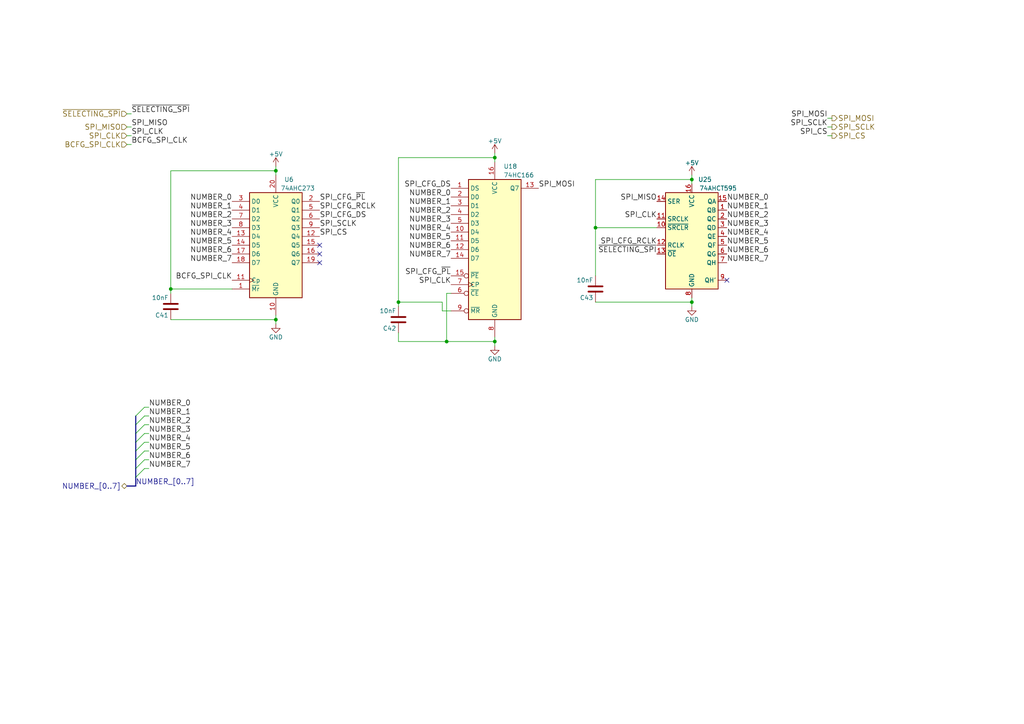
<source format=kicad_sch>
(kicad_sch (version 20230121) (generator eeschema)
  (paper "A4")
  (title_block (title "GP8B") (date "2022-07-08") (rev "V6.0") (company "Guillaume Guillet") (comment 1 "Copyright Guillaume Guillet 2022") (comment 2 "Licensed under CERN-OHL-W v2 or later"))
  (lib_symbols
    (symbol "74xx:74AHC273"
      (property "Reference" "U" (at -7.62 16.51 0))
      (property "Value" "74AHC273" (at -7.62 -16.51 0))
      (symbol "74AHC273_1_0"
        (pin input line (at -12.7 -12.7 0) (length 5.08) (name "~{Mr}") (number "1"))
        (pin power_in line (at 0 -20.32 90) (length 5.08) (name "GND") (number "10"))
        (pin input clock (at -12.7 -10.16 0) (length 5.08) (name "Cp") (number "11"))
        (pin output line (at 12.7 2.54 180) (length 5.08) (name "Q4") (number "12"))
        (pin input line (at -12.7 2.54 0) (length 5.08) (name "D4") (number "13"))
        (pin input line (at -12.7 0 0) (length 5.08) (name "D5") (number "14"))
        (pin output line (at 12.7 0 180) (length 5.08) (name "Q5") (number "15"))
        (pin output line (at 12.7 -2.54 180) (length 5.08) (name "Q6") (number "16"))
        (pin input line (at -12.7 -2.54 0) (length 5.08) (name "D6") (number "17"))
        (pin input line (at -12.7 -5.08 0) (length 5.08) (name "D7") (number "18"))
        (pin output line (at 12.7 -5.08 180) (length 5.08) (name "Q7") (number "19"))
        (pin output line (at 12.7 12.7 180) (length 5.08) (name "Q0") (number "2"))
        (pin power_in line (at 0 20.32 270) (length 5.08) (name "VCC") (number "20"))
        (pin input line (at -12.7 12.7 0) (length 5.08) (name "D0") (number "3"))
        (pin input line (at -12.7 10.16 0) (length 5.08) (name "D1") (number "4"))
        (pin output line (at 12.7 10.16 180) (length 5.08) (name "Q1") (number "5"))
        (pin output line (at 12.7 7.62 180) (length 5.08) (name "Q2") (number "6"))
        (pin input line (at -12.7 7.62 0) (length 5.08) (name "D2") (number "7"))
        (pin input line (at -12.7 5.08 0) (length 5.08) (name "D3") (number "8"))
        (pin output line (at 12.7 5.08 180) (length 5.08) (name "Q3") (number "9"))
      )
      (symbol "74AHC273_1_1"
        (rectangle (start -7.62 15.24) (end 7.62 -15.24) (stroke (width 0.254)) (fill (type background)))
      )
    )
    (symbol "74xx:74HC595"
      (property "Reference" "U" (at -7.62 13.97 0))
      (property "Value" "74HC595" (at -7.62 -16.51 0))
      (symbol "74HC595_1_0"
        (pin tri_state line (at 10.16 7.62 180) (length 2.54) (name "QB") (number "1"))
        (pin input line (at -10.16 2.54 0) (length 2.54) (name "~{SRCLR}") (number "10"))
        (pin input line (at -10.16 5.08 0) (length 2.54) (name "SRCLK") (number "11"))
        (pin input line (at -10.16 -2.54 0) (length 2.54) (name "RCLK") (number "12"))
        (pin input line (at -10.16 -5.08 0) (length 2.54) (name "~{OE}") (number "13"))
        (pin input line (at -10.16 10.16 0) (length 2.54) (name "SER") (number "14"))
        (pin tri_state line (at 10.16 10.16 180) (length 2.54) (name "QA") (number "15"))
        (pin power_in line (at 0 15.24 270) (length 2.54) (name "VCC") (number "16"))
        (pin tri_state line (at 10.16 5.08 180) (length 2.54) (name "QC") (number "2"))
        (pin tri_state line (at 10.16 2.54 180) (length 2.54) (name "QD") (number "3"))
        (pin tri_state line (at 10.16 0 180) (length 2.54) (name "QE") (number "4"))
        (pin tri_state line (at 10.16 -2.54 180) (length 2.54) (name "QF") (number "5"))
        (pin tri_state line (at 10.16 -5.08 180) (length 2.54) (name "QG") (number "6"))
        (pin tri_state line (at 10.16 -7.62 180) (length 2.54) (name "QH") (number "7"))
        (pin power_in line (at 0 -17.78 90) (length 2.54) (name "GND") (number "8"))
        (pin output line (at 10.16 -12.7 180) (length 2.54) (name "QH'") (number "9"))
      )
      (symbol "74HC595_1_1"
        (rectangle (start -7.62 12.7) (end 7.62 -15.24) (stroke (width 0.254)) (fill (type background)))
      )
    )
    (symbol "Custom:74HC166"
      (property "Reference" "U" (at -7.62 21.59 0))
      (property "Value" "74HC166" (at -7.62 -21.59 0))
      (symbol "74HC166_1_0"
        (pin input line (at -12.7 17.78 0) (length 5.08) (name "DS") (number "1"))
        (pin input line (at -12.7 5.08 0) (length 5.08) (name "D4") (number "10"))
        (pin input line (at -12.7 2.54 0) (length 5.08) (name "D5") (number "11"))
        (pin input line (at -12.7 0 0) (length 5.08) (name "D6") (number "12"))
        (pin output line (at 12.7 17.78 180) (length 5.08) (name "Q7") (number "13"))
        (pin input line (at -12.7 -2.54 0) (length 5.08) (name "D7") (number "14"))
        (pin input inverted (at -12.7 -7.62 0) (length 5.08) (name "~{PE}") (number "15"))
        (pin power_in line (at 0 25.4 270) (length 5.08) (name "VCC") (number "16"))
        (pin input line (at -12.7 15.24 0) (length 5.08) (name "D0") (number "2"))
        (pin input line (at -12.7 12.7 0) (length 5.08) (name "D1") (number "3"))
        (pin input line (at -12.7 10.16 0) (length 5.08) (name "D2") (number "4"))
        (pin input line (at -12.7 7.62 0) (length 5.08) (name "D3") (number "5"))
        (pin input inverted (at -12.7 -12.7 0) (length 5.08) (name "~{CE}") (number "6"))
        (pin input clock (at -12.7 -10.16 0) (length 5.08) (name "CP") (number "7"))
        (pin power_in line (at 0 -25.4 90) (length 5.08) (name "GND") (number "8"))
        (pin input inverted (at -12.7 -17.78 0) (length 5.08) (name "~{MR}") (number "9"))
      )
      (symbol "74HC166_1_1"
        (rectangle (start -7.62 20.32) (end 7.62 -20.32) (stroke (width 0.254)) (fill (type background)))
      )
    )
    (symbol "Device:C" (pin_numbers hide) (pin_names (offset 0.254))
      (property "Reference" "C" (at 0.635 2.54 0))
      (property "Value" "C" (at 0.635 -2.54 0))
      (symbol "C_0_1"
        (polyline (pts (xy -2.032 -0.762) (xy 2.032 -0.762)) (stroke (width 0.508)))
        (polyline (pts (xy -2.032 0.762) (xy 2.032 0.762)) (stroke (width 0.508)))
      )
      (symbol "C_1_1"
        (pin passive line (at 0 3.81 270) (length 2.794) (name "~") (number "1"))
        (pin passive line (at 0 -3.81 90) (length 2.794) (name "~") (number "2"))
      )
    )
    (symbol "power:+5V" (power) (pin_names (offset 0))
      (property "Value" "+5V" (at 0 3.556 0))
      (symbol "+5V_0_1"
        (polyline (pts (xy -0.762 1.27) (xy 0 2.54)))
        (polyline (pts (xy 0 0) (xy 0 2.54)))
        (polyline (pts (xy 0 2.54) (xy 0.762 1.27)))
      )
      (symbol "+5V_1_1"
        (pin power_in line (at 0 0 90) (length 0) hide (name "+5V") (number "1"))
      )
    )
    (symbol "power:GND" (power) (pin_names (offset 0))
      (property "Value" "GND" (at 0 -3.81 0))
      (symbol "GND_0_1"
        (polyline (pts (xy 0 0) (xy 0 -1.27) (xy 1.27 -1.27) (xy 0 -2.54) (xy -1.27 -1.27) (xy 0 -1.27)))
      )
      (symbol "GND_1_1"
        (pin power_in line (at 0 0 270) (length 0) hide (name "GND") (number "1"))
      )
    )
  )
  (junction (at 143.51 99.06))
  (junction (at 49.53 83.82))
  (junction (at 172.72 66.04))
  (junction (at 115.57 87.63))
  (junction (at 143.51 45.72))
  (junction (at 80.01 49.53))
  (junction (at 129.54 99.06))
  (junction (at 200.66 87.63))
  (junction (at 200.66 52.07))
  (junction (at 80.01 92.71))
  (no_connect (at 92.71 76.2))
  (no_connect (at 92.71 73.66))
  (no_connect (at 210.82 81.28))
  (no_connect (at 92.71 71.12))
  (bus_entry (at 41.91 120.65) (size -2.54 2.54))
  (bus_entry (at 41.91 133.35) (size -2.54 2.54))
  (bus_entry (at 41.91 118.11) (size -2.54 2.54))
  (bus_entry (at 41.91 125.73) (size -2.54 2.54))
  (bus_entry (at 41.91 123.19) (size -2.54 2.54))
  (bus_entry (at 41.91 135.89) (size -2.54 2.54))
  (bus_entry (at 41.91 130.81) (size -2.54 2.54))
  (bus_entry (at 41.91 128.27) (size -2.54 2.54))
  (bus (pts (xy 39.37 128.27) (xy 39.37 130.81)))
  (wire (pts (xy 128.27 87.63) (xy 128.27 90.17)))
  (wire (pts (xy 43.18 123.19) (xy 41.91 123.19)))
  (wire (pts (xy 49.53 83.82) (xy 49.53 49.53)))
  (wire (pts (xy 129.54 85.09) (xy 129.54 99.06)))
  (wire (pts (xy 36.83 33.02) (xy 38.1 33.02)))
  (wire (pts (xy 49.53 85.09) (xy 49.53 83.82)))
  (wire (pts (xy 115.57 87.63) (xy 128.27 87.63)))
  (wire (pts (xy 200.66 87.63) (xy 172.72 87.63)))
  (wire (pts (xy 49.53 92.71) (xy 80.01 92.71)))
  (wire (pts (xy 43.18 135.89) (xy 41.91 135.89)))
  (wire (pts (xy 43.18 120.65) (xy 41.91 120.65)))
  (wire (pts (xy 200.66 52.07) (xy 200.66 50.8)))
  (wire (pts (xy 172.72 52.07) (xy 200.66 52.07)))
  (bus (pts (xy 39.37 123.19) (xy 39.37 125.73)))
  (wire (pts (xy 49.53 49.53) (xy 80.01 49.53)))
  (wire (pts (xy 115.57 45.72) (xy 143.51 45.72)))
  (bus (pts (xy 39.37 140.97) (xy 36.83 140.97)))
  (bus (pts (xy 39.37 120.65) (xy 39.37 123.19)))
  (wire (pts (xy 38.1 36.83) (xy 36.83 36.83)))
  (wire (pts (xy 80.01 93.98) (xy 80.01 92.71)))
  (wire (pts (xy 43.18 133.35) (xy 41.91 133.35)))
  (wire (pts (xy 115.57 87.63) (xy 115.57 88.9)))
  (bus (pts (xy 39.37 130.81) (xy 39.37 133.35)))
  (wire (pts (xy 200.66 88.9) (xy 200.66 87.63)))
  (wire (pts (xy 130.81 85.09) (xy 129.54 85.09)))
  (wire (pts (xy 200.66 87.63) (xy 200.66 86.36)))
  (wire (pts (xy 200.66 52.07) (xy 200.66 53.34)))
  (wire (pts (xy 143.51 45.72) (xy 143.51 46.99)))
  (wire (pts (xy 80.01 49.53) (xy 80.01 48.26)))
  (wire (pts (xy 129.54 99.06) (xy 143.51 99.06)))
  (wire (pts (xy 43.18 130.81) (xy 41.91 130.81)))
  (wire (pts (xy 43.18 118.11) (xy 41.91 118.11)))
  (wire (pts (xy 240.03 34.29) (xy 241.3 34.29)))
  (wire (pts (xy 36.83 41.91) (xy 38.1 41.91)))
  (wire (pts (xy 172.72 66.04) (xy 172.72 52.07)))
  (bus (pts (xy 39.37 135.89) (xy 39.37 138.43)))
  (bus (pts (xy 39.37 138.43) (xy 39.37 140.97)))
  (wire (pts (xy 43.18 128.27) (xy 41.91 128.27)))
  (wire (pts (xy 80.01 50.8) (xy 80.01 49.53)))
  (wire (pts (xy 190.5 66.04) (xy 172.72 66.04)))
  (wire (pts (xy 49.53 83.82) (xy 67.31 83.82)))
  (wire (pts (xy 143.51 99.06) (xy 143.51 97.79)))
  (wire (pts (xy 115.57 99.06) (xy 115.57 96.52)))
  (wire (pts (xy 172.72 80.01) (xy 172.72 66.04)))
  (wire (pts (xy 80.01 92.71) (xy 80.01 91.44)))
  (bus (pts (xy 39.37 133.35) (xy 39.37 135.89)))
  (bus (pts (xy 39.37 125.73) (xy 39.37 128.27)))
  (wire (pts (xy 143.51 44.45) (xy 143.51 45.72)))
  (wire (pts (xy 36.83 39.37) (xy 38.1 39.37)))
  (wire (pts (xy 240.03 36.83) (xy 241.3 36.83)))
  (wire (pts (xy 115.57 45.72) (xy 115.57 87.63)))
  (wire (pts (xy 115.57 99.06) (xy 129.54 99.06)))
  (wire (pts (xy 128.27 90.17) (xy 130.81 90.17)))
  (wire (pts (xy 43.18 125.73) (xy 41.91 125.73)))
  (wire (pts (xy 143.51 99.06) (xy 143.51 100.33)))
  (wire (pts (xy 240.03 39.37) (xy 241.3 39.37)))
  (label "NUMBER_[0..7]" (at 39.37 140.97 0) (effects (font (size 1.524 1.524))))
  (label "NUMBER_5" (at 210.82 71.12 0) (effects (font (size 1.524 1.524))))
  (label "SPI_SCLK" (at 240.03 36.83 180) (effects (font (size 1.524 1.524))))
  (label "SPI_MOSI" (at 240.03 34.29 180) (effects (font (size 1.524 1.524))))
  (label "NUMBER_1" (at 43.18 120.65 0) (effects (font (size 1.524 1.524))))
  (label "NUMBER_7" (at 67.31 76.2 180) (effects (font (size 1.524 1.524))))
  (label "BCFG_SPI_CLK" (at 67.31 81.28 180) (effects (font (size 1.524 1.524))))
  (label "NUMBER_5" (at 130.81 69.85 180) (effects (font (size 1.524 1.524))))
  (label "NUMBER_3" (at 43.18 125.73 0) (effects (font (size 1.524 1.524))))
  (label "SPI_CFG_~{PL}" (at 130.81 80.01 180) (effects (font (size 1.524 1.524))))
  (label "SPI_SCLK" (at 92.71 66.04 0) (effects (font (size 1.524 1.524))))
  (label "SPI_CFG_DS" (at 130.81 54.61 180) (effects (font (size 1.524 1.524))))
  (label "NUMBER_2" (at 210.82 63.5 0) (effects (font (size 1.524 1.524))))
  (label "NUMBER_0" (at 210.82 58.42 0) (effects (font (size 1.524 1.524))))
  (label "NUMBER_4" (at 67.31 68.58 180) (effects (font (size 1.524 1.524))))
  (label "NUMBER_6" (at 43.18 133.35 0) (effects (font (size 1.524 1.524))))
  (label "NUMBER_4" (at 43.18 128.27 0) (effects (font (size 1.524 1.524))))
  (label "SPI_MISO" (at 190.5 58.42 180) (effects (font (size 1.524 1.524))))
  (label "NUMBER_3" (at 67.31 66.04 180) (effects (font (size 1.524 1.524))))
  (label "NUMBER_2" (at 67.31 63.5 180) (effects (font (size 1.524 1.524))))
  (label "SPI_CLK" (at 190.5 63.5 180) (effects (font (size 1.524 1.524))))
  (label "NUMBER_1" (at 67.31 60.96 180) (effects (font (size 1.524 1.524))))
  (label "NUMBER_5" (at 43.18 130.81 0) (effects (font (size 1.524 1.524))))
  (label "NUMBER_2" (at 130.81 62.23 180) (effects (font (size 1.524 1.524))))
  (label "NUMBER_0" (at 130.81 57.15 180) (effects (font (size 1.524 1.524))))
  (label "~{SELECTING_SPI}" (at 38.1 33.02 0) (effects (font (size 1.524 1.524))))
  (label "NUMBER_3" (at 130.81 64.77 180) (effects (font (size 1.524 1.524))))
  (label "NUMBER_6" (at 67.31 73.66 180) (effects (font (size 1.524 1.524))))
  (label "SPI_CFG_~{PL}" (at 92.71 58.42 0) (effects (font (size 1.524 1.524))))
  (label "NUMBER_5" (at 67.31 71.12 180) (effects (font (size 1.524 1.524))))
  (label "SPI_CS" (at 240.03 39.37 180) (effects (font (size 1.524 1.524))))
  (label "NUMBER_4" (at 210.82 68.58 0) (effects (font (size 1.524 1.524))))
  (label "NUMBER_7" (at 43.18 135.89 0) (effects (font (size 1.524 1.524))))
  (label "NUMBER_0" (at 67.31 58.42 180) (effects (font (size 1.524 1.524))))
  (label "SPI_MOSI" (at 156.21 54.61 0) (effects (font (size 1.524 1.524))))
  (label "SPI_CS" (at 92.71 68.58 0) (effects (font (size 1.524 1.524))))
  (label "SPI_CLK" (at 130.81 82.55 180) (effects (font (size 1.524 1.524))))
  (label "NUMBER_7" (at 210.82 76.2 0) (effects (font (size 1.524 1.524))))
  (label "NUMBER_6" (at 130.81 72.39 180) (effects (font (size 1.524 1.524))))
  (label "NUMBER_7" (at 130.81 74.93 180) (effects (font (size 1.524 1.524))))
  (label "NUMBER_4" (at 130.81 67.31 180) (effects (font (size 1.524 1.524))))
  (label "NUMBER_0" (at 43.18 118.11 0) (effects (font (size 1.524 1.524))))
  (label "NUMBER_3" (at 210.82 66.04 0) (effects (font (size 1.524 1.524))))
  (label "SPI_CFG_RCLK" (at 190.5 71.12 180) (effects (font (size 1.524 1.524))))
  (label "BCFG_SPI_CLK" (at 38.1 41.91 0) (effects (font (size 1.524 1.524))))
  (label "SPI_MISO" (at 38.1 36.83 0) (effects (font (size 1.524 1.524))))
  (label "NUMBER_1" (at 130.81 59.69 180) (effects (font (size 1.524 1.524))))
  (label "NUMBER_1" (at 210.82 60.96 0) (effects (font (size 1.524 1.524))))
  (label "~{SELECTING_SPI}" (at 190.5 73.66 180) (effects (font (size 1.524 1.524))))
  (label "NUMBER_2" (at 43.18 123.19 0) (effects (font (size 1.524 1.524))))
  (label "SPI_CFG_RCLK" (at 92.71 60.96 0) (effects (font (size 1.524 1.524))))
  (label "SPI_CFG_DS" (at 92.71 63.5 0) (effects (font (size 1.524 1.524))))
  (label "SPI_CLK" (at 38.1 39.37 0) (effects (font (size 1.524 1.524))))
  (label "NUMBER_6" (at 210.82 73.66 0) (effects (font (size 1.524 1.524))))
  (hierarchical_label "BCFG_SPI_CLK" (shape input) (at 36.83 41.91 180) (effects (font (size 1.524 1.524))))
  (hierarchical_label "SPI_CLK" (shape input) (at 36.83 39.37 180) (effects (font (size 1.524 1.524))))
  (hierarchical_label "NUMBER_[0..7]" (shape bidirectional) (at 36.83 140.97 180) (effects (font (size 1.524 1.524))))
  (hierarchical_label "SPI_MOSI" (shape output) (at 241.3 34.29 0) (effects (font (size 1.524 1.524))))
  (hierarchical_label "SPI_SCLK" (shape output) (at 241.3 36.83 0) (effects (font (size 1.524 1.524))))
  (hierarchical_label "SPI_CS" (shape output) (at 241.3 39.37 0) (effects (font (size 1.524 1.524))))
  (hierarchical_label "SPI_MISO" (shape input) (at 36.83 36.83 180) (effects (font (size 1.524 1.524))))
  (hierarchical_label "~{SELECTING_SPI}" (shape input) (at 36.83 33.02 180) (effects (font (size 1.524 1.524))))
  (symbol (lib_id "74xx:74HC595") (at 200.66 68.58 0) (unit 1)
    (property "Reference" "U25" (at 204.47 52.07 0))
    (property "Value" "74AHCT595" (at 208.28 54.61 0))
    (property "Footprint" "Package_SO:SOIC-16_3.9x9.9mm_P1.27mm" (effects hide))
    (property "Datasheet" "http://www.ti.com/lit/ds/symlink/sn74hc595.pdf" (effects hide))
  )
  (symbol (lib_id "power:+5V") (at 80.01 48.26 0) (unit 1)
    (property "Reference" "#PWR0133" (effects hide))
    (property "Value" "+5V" (at 80.01 44.704 0))
  )
  (symbol (lib_id "power:GND") (at 80.01 93.98 0) (unit 1)
    (property "Reference" "#PWR0134" (effects hide))
    (property "Value" "GND" (at 80.01 97.79 0))
  )
  (symbol (lib_id "Device:C") (at 49.53 88.9 180) (unit 1)
    (property "Reference" "C41" (at 48.895 91.44 0) (effects (justify left)))
    (property "Value" "10nF" (at 48.895 86.36 0) (effects (justify left)))
    (property "Footprint" "Capacitor_SMD:C_0805_2012Metric" (effects hide))
  )
  (symbol (lib_id "74xx:74AHC273") (at 80.01 71.12 0) (unit 1)
    (property "Reference" "U6" (at 83.82 52.07 0))
    (property "Value" "74AHC273" (at 86.36 54.61 0))
    (property "Footprint" "Package_SO:SOIC-20W_7.5x12.8mm_P1.27mm" (effects hide))
    (property "Datasheet" "https://assets.nexperia.com/documents/data-sheet/74AHC_AHCT273.pdf" (effects hide))
  )
  (symbol (lib_id "power:+5V") (at 143.51 44.45 0) (unit 1)
    (property "Reference" "#PWR0135" (effects hide))
    (property "Value" "+5V" (at 143.51 40.894 0))
  )
  (symbol (lib_id "power:GND") (at 143.51 100.33 0) (unit 1)
    (property "Reference" "#PWR0136" (effects hide))
    (property "Value" "GND" (at 143.51 104.14 0))
  )
  (symbol (lib_id "power:GND") (at 200.66 88.9 0) (unit 1)
    (property "Reference" "#PWR0137" (effects hide))
    (property "Value" "GND" (at 200.66 92.71 0))
  )
  (symbol (lib_id "power:+5V") (at 200.66 50.8 0) (unit 1)
    (property "Reference" "#PWR0138" (effects hide))
    (property "Value" "+5V" (at 200.66 47.244 0))
  )
  (symbol (lib_id "Device:C") (at 115.57 92.71 180) (unit 1)
    (property "Reference" "C42" (at 114.935 95.25 0) (effects (justify left)))
    (property "Value" "10nF" (at 114.935 90.17 0) (effects (justify left)))
    (property "Footprint" "Capacitor_SMD:C_0805_2012Metric" (effects hide))
  )
  (symbol (lib_id "Device:C") (at 172.72 83.82 180) (unit 1)
    (property "Reference" "C43" (at 172.085 86.36 0) (effects (justify left)))
    (property "Value" "10nF" (at 172.085 81.28 0) (effects (justify left)))
    (property "Footprint" "Capacitor_SMD:C_0805_2012Metric" (effects hide))
  )
  (symbol (lib_id "Custom:74HC166") (at 143.51 72.39 0) (unit 1)
    (property "Reference" "U18" (at 146.05 48.26 0) (effects (justify left)))
    (property "Value" "74HC166" (at 146.05 50.8 0) (effects (justify left)))
    (property "Footprint" "Package_SO:SOIC-16_3.9x9.9mm_P1.27mm" (effects hide))
    (property "Datasheet" "https://assets.nexperia.com/documents/data-sheet/74HC_HCT166.pdf" (effects hide))
  )
)
</source>
